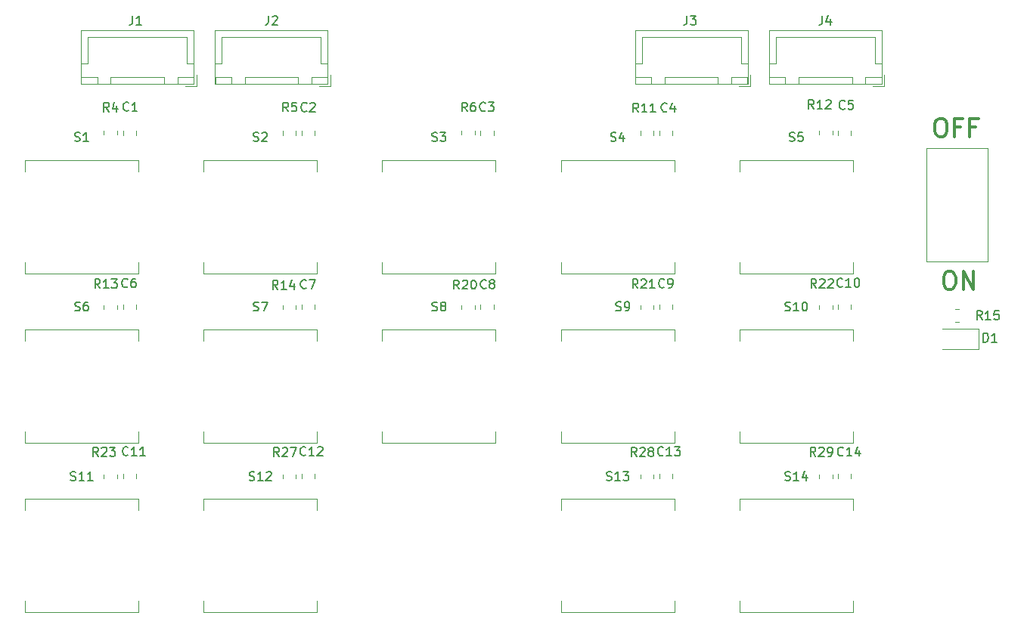
<source format=gbr>
%TF.GenerationSoftware,KiCad,Pcbnew,(5.1.8)-1*%
%TF.CreationDate,2021-11-07T18:09:00-05:00*%
%TF.ProjectId,Control_pad,436f6e74-726f-46c5-9f70-61642e6b6963,rev?*%
%TF.SameCoordinates,Original*%
%TF.FileFunction,Legend,Top*%
%TF.FilePolarity,Positive*%
%FSLAX46Y46*%
G04 Gerber Fmt 4.6, Leading zero omitted, Abs format (unit mm)*
G04 Created by KiCad (PCBNEW (5.1.8)-1) date 2021-11-07 18:09:00*
%MOMM*%
%LPD*%
G01*
G04 APERTURE LIST*
%ADD10C,0.300000*%
%ADD11C,0.120000*%
%ADD12C,0.150000*%
G04 APERTURE END LIST*
D10*
X206981904Y-89494761D02*
X207362857Y-89494761D01*
X207553333Y-89590000D01*
X207743809Y-89780476D01*
X207839047Y-90161428D01*
X207839047Y-90828095D01*
X207743809Y-91209047D01*
X207553333Y-91399523D01*
X207362857Y-91494761D01*
X206981904Y-91494761D01*
X206791428Y-91399523D01*
X206600952Y-91209047D01*
X206505714Y-90828095D01*
X206505714Y-90161428D01*
X206600952Y-89780476D01*
X206791428Y-89590000D01*
X206981904Y-89494761D01*
X208696190Y-91494761D02*
X208696190Y-89494761D01*
X209839047Y-91494761D01*
X209839047Y-89494761D01*
X206015238Y-72374761D02*
X206396190Y-72374761D01*
X206586666Y-72470000D01*
X206777142Y-72660476D01*
X206872380Y-73041428D01*
X206872380Y-73708095D01*
X206777142Y-74089047D01*
X206586666Y-74279523D01*
X206396190Y-74374761D01*
X206015238Y-74374761D01*
X205824761Y-74279523D01*
X205634285Y-74089047D01*
X205539047Y-73708095D01*
X205539047Y-73041428D01*
X205634285Y-72660476D01*
X205824761Y-72470000D01*
X206015238Y-72374761D01*
X208396190Y-73327142D02*
X207729523Y-73327142D01*
X207729523Y-74374761D02*
X207729523Y-72374761D01*
X208681904Y-72374761D01*
X210110476Y-73327142D02*
X209443809Y-73327142D01*
X209443809Y-74374761D02*
X209443809Y-72374761D01*
X210396190Y-72374761D01*
D11*
%TO.C,SW1*%
X204600000Y-75660000D02*
X211400000Y-75660000D01*
X204600000Y-88360000D02*
X204600000Y-75660000D01*
X211400000Y-88360000D02*
X204600000Y-88360000D01*
X211400000Y-75660000D02*
X211400000Y-88360000D01*
%TO.C,S14*%
X183650000Y-127700000D02*
X183650000Y-126430000D01*
X196350000Y-127700000D02*
X183650000Y-127700000D01*
X196350000Y-126430000D02*
X196350000Y-127700000D01*
X196350000Y-115000000D02*
X196350000Y-116270000D01*
X183650000Y-115000000D02*
X196350000Y-115000000D01*
X183650000Y-115000000D02*
X183650000Y-116270000D01*
%TO.C,S13*%
X163650000Y-127700000D02*
X163650000Y-126430000D01*
X176350000Y-127700000D02*
X163650000Y-127700000D01*
X176350000Y-126430000D02*
X176350000Y-127700000D01*
X176350000Y-115000000D02*
X176350000Y-116270000D01*
X163650000Y-115000000D02*
X176350000Y-115000000D01*
X163650000Y-115000000D02*
X163650000Y-116270000D01*
%TO.C,S12*%
X123650000Y-127700000D02*
X123650000Y-126430000D01*
X136350000Y-127700000D02*
X123650000Y-127700000D01*
X136350000Y-126430000D02*
X136350000Y-127700000D01*
X136350000Y-115000000D02*
X136350000Y-116270000D01*
X123650000Y-115000000D02*
X136350000Y-115000000D01*
X123650000Y-115000000D02*
X123650000Y-116270000D01*
%TO.C,S11*%
X103650000Y-127700000D02*
X103650000Y-126430000D01*
X116350000Y-127700000D02*
X103650000Y-127700000D01*
X116350000Y-126430000D02*
X116350000Y-127700000D01*
X116350000Y-115000000D02*
X116350000Y-116270000D01*
X103650000Y-115000000D02*
X116350000Y-115000000D01*
X103650000Y-115000000D02*
X103650000Y-116270000D01*
%TO.C,S10*%
X183650000Y-108700000D02*
X183650000Y-107430000D01*
X196350000Y-108700000D02*
X183650000Y-108700000D01*
X196350000Y-107430000D02*
X196350000Y-108700000D01*
X196350000Y-96000000D02*
X196350000Y-97270000D01*
X183650000Y-96000000D02*
X196350000Y-96000000D01*
X183650000Y-96000000D02*
X183650000Y-97270000D01*
%TO.C,S9*%
X163650000Y-108700000D02*
X163650000Y-107430000D01*
X176350000Y-108700000D02*
X163650000Y-108700000D01*
X176350000Y-107430000D02*
X176350000Y-108700000D01*
X176350000Y-96000000D02*
X176350000Y-97270000D01*
X163650000Y-96000000D02*
X176350000Y-96000000D01*
X163650000Y-96000000D02*
X163650000Y-97270000D01*
%TO.C,S8*%
X143650000Y-108700000D02*
X143650000Y-107430000D01*
X156350000Y-108700000D02*
X143650000Y-108700000D01*
X156350000Y-107430000D02*
X156350000Y-108700000D01*
X156350000Y-96000000D02*
X156350000Y-97270000D01*
X143650000Y-96000000D02*
X156350000Y-96000000D01*
X143650000Y-96000000D02*
X143650000Y-97270000D01*
%TO.C,S7*%
X123650000Y-108700000D02*
X123650000Y-107430000D01*
X136350000Y-108700000D02*
X123650000Y-108700000D01*
X136350000Y-107430000D02*
X136350000Y-108700000D01*
X136350000Y-96000000D02*
X136350000Y-97270000D01*
X123650000Y-96000000D02*
X136350000Y-96000000D01*
X123650000Y-96000000D02*
X123650000Y-97270000D01*
%TO.C,S6*%
X103650000Y-108700000D02*
X103650000Y-107430000D01*
X116350000Y-108700000D02*
X103650000Y-108700000D01*
X116350000Y-107430000D02*
X116350000Y-108700000D01*
X116350000Y-96000000D02*
X116350000Y-97270000D01*
X103650000Y-96000000D02*
X116350000Y-96000000D01*
X103650000Y-96000000D02*
X103650000Y-97270000D01*
%TO.C,S5*%
X183650000Y-89700000D02*
X183650000Y-88430000D01*
X196350000Y-89700000D02*
X183650000Y-89700000D01*
X196350000Y-88430000D02*
X196350000Y-89700000D01*
X196350000Y-77000000D02*
X196350000Y-78270000D01*
X183650000Y-77000000D02*
X196350000Y-77000000D01*
X183650000Y-77000000D02*
X183650000Y-78270000D01*
%TO.C,S4*%
X163650000Y-89700000D02*
X163650000Y-88430000D01*
X176350000Y-89700000D02*
X163650000Y-89700000D01*
X176350000Y-88430000D02*
X176350000Y-89700000D01*
X176350000Y-77000000D02*
X176350000Y-78270000D01*
X163650000Y-77000000D02*
X176350000Y-77000000D01*
X163650000Y-77000000D02*
X163650000Y-78270000D01*
%TO.C,S3*%
X143650000Y-89700000D02*
X143650000Y-88430000D01*
X156350000Y-89700000D02*
X143650000Y-89700000D01*
X156350000Y-88430000D02*
X156350000Y-89700000D01*
X156350000Y-77000000D02*
X156350000Y-78270000D01*
X143650000Y-77000000D02*
X156350000Y-77000000D01*
X143650000Y-77000000D02*
X143650000Y-78270000D01*
%TO.C,S2*%
X123650000Y-89700000D02*
X123650000Y-88430000D01*
X136350000Y-89700000D02*
X123650000Y-89700000D01*
X136350000Y-88430000D02*
X136350000Y-89700000D01*
X136350000Y-77000000D02*
X136350000Y-78270000D01*
X123650000Y-77000000D02*
X136350000Y-77000000D01*
X123650000Y-77000000D02*
X123650000Y-78270000D01*
%TO.C,S1*%
X103650000Y-89700000D02*
X103650000Y-88430000D01*
X116350000Y-89700000D02*
X103650000Y-89700000D01*
X116350000Y-88430000D02*
X116350000Y-89700000D01*
X116350000Y-77000000D02*
X116350000Y-78270000D01*
X103650000Y-77000000D02*
X116350000Y-77000000D01*
X103650000Y-77000000D02*
X103650000Y-78270000D01*
%TO.C,R29*%
X192595000Y-112222936D02*
X192595000Y-112677064D01*
X194065000Y-112222936D02*
X194065000Y-112677064D01*
%TO.C,R28*%
X172565000Y-112222936D02*
X172565000Y-112677064D01*
X174035000Y-112222936D02*
X174035000Y-112677064D01*
%TO.C,R27*%
X132505000Y-112222936D02*
X132505000Y-112677064D01*
X133975000Y-112222936D02*
X133975000Y-112677064D01*
%TO.C,R23*%
X112475000Y-112222936D02*
X112475000Y-112677064D01*
X113945000Y-112222936D02*
X113945000Y-112677064D01*
%TO.C,R22*%
X192595000Y-93252936D02*
X192595000Y-93707064D01*
X194065000Y-93252936D02*
X194065000Y-93707064D01*
%TO.C,R21*%
X172565000Y-93252936D02*
X172565000Y-93707064D01*
X174035000Y-93252936D02*
X174035000Y-93707064D01*
%TO.C,R20*%
X152535000Y-93252936D02*
X152535000Y-93707064D01*
X154005000Y-93252936D02*
X154005000Y-93707064D01*
%TO.C,R15*%
X208227064Y-93705000D02*
X207772936Y-93705000D01*
X208227064Y-95175000D02*
X207772936Y-95175000D01*
%TO.C,R14*%
X132505000Y-93252936D02*
X132505000Y-93707064D01*
X133975000Y-93252936D02*
X133975000Y-93707064D01*
%TO.C,R13*%
X112475000Y-93252936D02*
X112475000Y-93707064D01*
X113945000Y-93252936D02*
X113945000Y-93707064D01*
%TO.C,R12*%
X192595000Y-73692936D02*
X192595000Y-74147064D01*
X194065000Y-73692936D02*
X194065000Y-74147064D01*
%TO.C,R11*%
X172535000Y-73752936D02*
X172535000Y-74207064D01*
X174005000Y-73752936D02*
X174005000Y-74207064D01*
%TO.C,R6*%
X152525000Y-73722936D02*
X152525000Y-74177064D01*
X153995000Y-73722936D02*
X153995000Y-74177064D01*
%TO.C,R5*%
X132535000Y-73752936D02*
X132535000Y-74207064D01*
X134005000Y-73752936D02*
X134005000Y-74207064D01*
%TO.C,R4*%
X112485000Y-73732936D02*
X112485000Y-74187064D01*
X113955000Y-73732936D02*
X113955000Y-74187064D01*
%TO.C,J4*%
X199850000Y-68750000D02*
X199850000Y-67500000D01*
X198600000Y-68750000D02*
X199850000Y-68750000D01*
X187700000Y-63250000D02*
X193250000Y-63250000D01*
X187700000Y-66200000D02*
X187700000Y-63250000D01*
X186950000Y-66200000D02*
X187700000Y-66200000D01*
X198800000Y-63250000D02*
X193250000Y-63250000D01*
X198800000Y-66200000D02*
X198800000Y-63250000D01*
X199550000Y-66200000D02*
X198800000Y-66200000D01*
X186950000Y-68450000D02*
X188750000Y-68450000D01*
X186950000Y-67700000D02*
X186950000Y-68450000D01*
X188750000Y-67700000D02*
X186950000Y-67700000D01*
X188750000Y-68450000D02*
X188750000Y-67700000D01*
X197750000Y-68450000D02*
X199550000Y-68450000D01*
X197750000Y-67700000D02*
X197750000Y-68450000D01*
X199550000Y-67700000D02*
X197750000Y-67700000D01*
X199550000Y-68450000D02*
X199550000Y-67700000D01*
X190250000Y-68450000D02*
X196250000Y-68450000D01*
X190250000Y-67700000D02*
X190250000Y-68450000D01*
X196250000Y-67700000D02*
X190250000Y-67700000D01*
X196250000Y-68450000D02*
X196250000Y-67700000D01*
X186940000Y-68460000D02*
X199560000Y-68460000D01*
X186940000Y-62490000D02*
X186940000Y-68460000D01*
X199560000Y-62490000D02*
X186940000Y-62490000D01*
X199560000Y-68460000D02*
X199560000Y-62490000D01*
%TO.C,J3*%
X184850000Y-68750000D02*
X184850000Y-67500000D01*
X183600000Y-68750000D02*
X184850000Y-68750000D01*
X172700000Y-63250000D02*
X178250000Y-63250000D01*
X172700000Y-66200000D02*
X172700000Y-63250000D01*
X171950000Y-66200000D02*
X172700000Y-66200000D01*
X183800000Y-63250000D02*
X178250000Y-63250000D01*
X183800000Y-66200000D02*
X183800000Y-63250000D01*
X184550000Y-66200000D02*
X183800000Y-66200000D01*
X171950000Y-68450000D02*
X173750000Y-68450000D01*
X171950000Y-67700000D02*
X171950000Y-68450000D01*
X173750000Y-67700000D02*
X171950000Y-67700000D01*
X173750000Y-68450000D02*
X173750000Y-67700000D01*
X182750000Y-68450000D02*
X184550000Y-68450000D01*
X182750000Y-67700000D02*
X182750000Y-68450000D01*
X184550000Y-67700000D02*
X182750000Y-67700000D01*
X184550000Y-68450000D02*
X184550000Y-67700000D01*
X175250000Y-68450000D02*
X181250000Y-68450000D01*
X175250000Y-67700000D02*
X175250000Y-68450000D01*
X181250000Y-67700000D02*
X175250000Y-67700000D01*
X181250000Y-68450000D02*
X181250000Y-67700000D01*
X171940000Y-68460000D02*
X184560000Y-68460000D01*
X171940000Y-62490000D02*
X171940000Y-68460000D01*
X184560000Y-62490000D02*
X171940000Y-62490000D01*
X184560000Y-68460000D02*
X184560000Y-62490000D01*
%TO.C,J2*%
X137850000Y-68750000D02*
X137850000Y-67500000D01*
X136600000Y-68750000D02*
X137850000Y-68750000D01*
X125700000Y-63250000D02*
X131250000Y-63250000D01*
X125700000Y-66200000D02*
X125700000Y-63250000D01*
X124950000Y-66200000D02*
X125700000Y-66200000D01*
X136800000Y-63250000D02*
X131250000Y-63250000D01*
X136800000Y-66200000D02*
X136800000Y-63250000D01*
X137550000Y-66200000D02*
X136800000Y-66200000D01*
X124950000Y-68450000D02*
X126750000Y-68450000D01*
X124950000Y-67700000D02*
X124950000Y-68450000D01*
X126750000Y-67700000D02*
X124950000Y-67700000D01*
X126750000Y-68450000D02*
X126750000Y-67700000D01*
X135750000Y-68450000D02*
X137550000Y-68450000D01*
X135750000Y-67700000D02*
X135750000Y-68450000D01*
X137550000Y-67700000D02*
X135750000Y-67700000D01*
X137550000Y-68450000D02*
X137550000Y-67700000D01*
X128250000Y-68450000D02*
X134250000Y-68450000D01*
X128250000Y-67700000D02*
X128250000Y-68450000D01*
X134250000Y-67700000D02*
X128250000Y-67700000D01*
X134250000Y-68450000D02*
X134250000Y-67700000D01*
X124940000Y-68460000D02*
X137560000Y-68460000D01*
X124940000Y-62490000D02*
X124940000Y-68460000D01*
X137560000Y-62490000D02*
X124940000Y-62490000D01*
X137560000Y-68460000D02*
X137560000Y-62490000D01*
%TO.C,J1*%
X122850000Y-68750000D02*
X122850000Y-67500000D01*
X121600000Y-68750000D02*
X122850000Y-68750000D01*
X110700000Y-63250000D02*
X116250000Y-63250000D01*
X110700000Y-66200000D02*
X110700000Y-63250000D01*
X109950000Y-66200000D02*
X110700000Y-66200000D01*
X121800000Y-63250000D02*
X116250000Y-63250000D01*
X121800000Y-66200000D02*
X121800000Y-63250000D01*
X122550000Y-66200000D02*
X121800000Y-66200000D01*
X109950000Y-68450000D02*
X111750000Y-68450000D01*
X109950000Y-67700000D02*
X109950000Y-68450000D01*
X111750000Y-67700000D02*
X109950000Y-67700000D01*
X111750000Y-68450000D02*
X111750000Y-67700000D01*
X120750000Y-68450000D02*
X122550000Y-68450000D01*
X120750000Y-67700000D02*
X120750000Y-68450000D01*
X122550000Y-67700000D02*
X120750000Y-67700000D01*
X122550000Y-68450000D02*
X122550000Y-67700000D01*
X113250000Y-68450000D02*
X119250000Y-68450000D01*
X113250000Y-67700000D02*
X113250000Y-68450000D01*
X119250000Y-67700000D02*
X113250000Y-67700000D01*
X119250000Y-68450000D02*
X119250000Y-67700000D01*
X109940000Y-68460000D02*
X122560000Y-68460000D01*
X109940000Y-62490000D02*
X109940000Y-68460000D01*
X122560000Y-62490000D02*
X109940000Y-62490000D01*
X122560000Y-68460000D02*
X122560000Y-62490000D01*
%TO.C,D1*%
X210437500Y-95885000D02*
X206377500Y-95885000D01*
X210437500Y-98155000D02*
X210437500Y-95885000D01*
X206377500Y-98155000D02*
X210437500Y-98155000D01*
%TO.C,C14*%
X194665000Y-112158748D02*
X194665000Y-112681252D01*
X196135000Y-112158748D02*
X196135000Y-112681252D01*
%TO.C,C13*%
X174655000Y-112158748D02*
X174655000Y-112681252D01*
X176125000Y-112158748D02*
X176125000Y-112681252D01*
%TO.C,C12*%
X134635000Y-112158748D02*
X134635000Y-112681252D01*
X136105000Y-112158748D02*
X136105000Y-112681252D01*
%TO.C,C11*%
X114625000Y-112188748D02*
X114625000Y-112711252D01*
X116095000Y-112188748D02*
X116095000Y-112711252D01*
%TO.C,C10*%
X194665000Y-93218748D02*
X194665000Y-93741252D01*
X196135000Y-93218748D02*
X196135000Y-93741252D01*
%TO.C,C9*%
X174655000Y-93218748D02*
X174655000Y-93741252D01*
X176125000Y-93218748D02*
X176125000Y-93741252D01*
%TO.C,C8*%
X154645000Y-93218748D02*
X154645000Y-93741252D01*
X156115000Y-93218748D02*
X156115000Y-93741252D01*
%TO.C,C7*%
X134635000Y-93218748D02*
X134635000Y-93741252D01*
X136105000Y-93218748D02*
X136105000Y-93741252D01*
%TO.C,C6*%
X114625000Y-93218748D02*
X114625000Y-93741252D01*
X116095000Y-93218748D02*
X116095000Y-93741252D01*
%TO.C,C5*%
X194665000Y-73728748D02*
X194665000Y-74251252D01*
X196135000Y-73728748D02*
X196135000Y-74251252D01*
%TO.C,C4*%
X174657500Y-73728748D02*
X174657500Y-74251252D01*
X176127500Y-73728748D02*
X176127500Y-74251252D01*
%TO.C,C3*%
X154650000Y-73728748D02*
X154650000Y-74251252D01*
X156120000Y-73728748D02*
X156120000Y-74251252D01*
%TO.C,C2*%
X134642500Y-73728748D02*
X134642500Y-74251252D01*
X136112500Y-73728748D02*
X136112500Y-74251252D01*
%TO.C,C1*%
X114635000Y-73728748D02*
X114635000Y-74251252D01*
X116105000Y-73728748D02*
X116105000Y-74251252D01*
%TO.C,S14*%
D12*
X188761904Y-112864761D02*
X188904761Y-112912380D01*
X189142857Y-112912380D01*
X189238095Y-112864761D01*
X189285714Y-112817142D01*
X189333333Y-112721904D01*
X189333333Y-112626666D01*
X189285714Y-112531428D01*
X189238095Y-112483809D01*
X189142857Y-112436190D01*
X188952380Y-112388571D01*
X188857142Y-112340952D01*
X188809523Y-112293333D01*
X188761904Y-112198095D01*
X188761904Y-112102857D01*
X188809523Y-112007619D01*
X188857142Y-111960000D01*
X188952380Y-111912380D01*
X189190476Y-111912380D01*
X189333333Y-111960000D01*
X190285714Y-112912380D02*
X189714285Y-112912380D01*
X190000000Y-112912380D02*
X190000000Y-111912380D01*
X189904761Y-112055238D01*
X189809523Y-112150476D01*
X189714285Y-112198095D01*
X191142857Y-112245714D02*
X191142857Y-112912380D01*
X190904761Y-111864761D02*
X190666666Y-112579047D01*
X191285714Y-112579047D01*
%TO.C,S13*%
X168761904Y-112864761D02*
X168904761Y-112912380D01*
X169142857Y-112912380D01*
X169238095Y-112864761D01*
X169285714Y-112817142D01*
X169333333Y-112721904D01*
X169333333Y-112626666D01*
X169285714Y-112531428D01*
X169238095Y-112483809D01*
X169142857Y-112436190D01*
X168952380Y-112388571D01*
X168857142Y-112340952D01*
X168809523Y-112293333D01*
X168761904Y-112198095D01*
X168761904Y-112102857D01*
X168809523Y-112007619D01*
X168857142Y-111960000D01*
X168952380Y-111912380D01*
X169190476Y-111912380D01*
X169333333Y-111960000D01*
X170285714Y-112912380D02*
X169714285Y-112912380D01*
X170000000Y-112912380D02*
X170000000Y-111912380D01*
X169904761Y-112055238D01*
X169809523Y-112150476D01*
X169714285Y-112198095D01*
X170619047Y-111912380D02*
X171238095Y-111912380D01*
X170904761Y-112293333D01*
X171047619Y-112293333D01*
X171142857Y-112340952D01*
X171190476Y-112388571D01*
X171238095Y-112483809D01*
X171238095Y-112721904D01*
X171190476Y-112817142D01*
X171142857Y-112864761D01*
X171047619Y-112912380D01*
X170761904Y-112912380D01*
X170666666Y-112864761D01*
X170619047Y-112817142D01*
%TO.C,S12*%
X128761904Y-112864761D02*
X128904761Y-112912380D01*
X129142857Y-112912380D01*
X129238095Y-112864761D01*
X129285714Y-112817142D01*
X129333333Y-112721904D01*
X129333333Y-112626666D01*
X129285714Y-112531428D01*
X129238095Y-112483809D01*
X129142857Y-112436190D01*
X128952380Y-112388571D01*
X128857142Y-112340952D01*
X128809523Y-112293333D01*
X128761904Y-112198095D01*
X128761904Y-112102857D01*
X128809523Y-112007619D01*
X128857142Y-111960000D01*
X128952380Y-111912380D01*
X129190476Y-111912380D01*
X129333333Y-111960000D01*
X130285714Y-112912380D02*
X129714285Y-112912380D01*
X130000000Y-112912380D02*
X130000000Y-111912380D01*
X129904761Y-112055238D01*
X129809523Y-112150476D01*
X129714285Y-112198095D01*
X130666666Y-112007619D02*
X130714285Y-111960000D01*
X130809523Y-111912380D01*
X131047619Y-111912380D01*
X131142857Y-111960000D01*
X131190476Y-112007619D01*
X131238095Y-112102857D01*
X131238095Y-112198095D01*
X131190476Y-112340952D01*
X130619047Y-112912380D01*
X131238095Y-112912380D01*
%TO.C,S11*%
X108761904Y-112864761D02*
X108904761Y-112912380D01*
X109142857Y-112912380D01*
X109238095Y-112864761D01*
X109285714Y-112817142D01*
X109333333Y-112721904D01*
X109333333Y-112626666D01*
X109285714Y-112531428D01*
X109238095Y-112483809D01*
X109142857Y-112436190D01*
X108952380Y-112388571D01*
X108857142Y-112340952D01*
X108809523Y-112293333D01*
X108761904Y-112198095D01*
X108761904Y-112102857D01*
X108809523Y-112007619D01*
X108857142Y-111960000D01*
X108952380Y-111912380D01*
X109190476Y-111912380D01*
X109333333Y-111960000D01*
X110285714Y-112912380D02*
X109714285Y-112912380D01*
X110000000Y-112912380D02*
X110000000Y-111912380D01*
X109904761Y-112055238D01*
X109809523Y-112150476D01*
X109714285Y-112198095D01*
X111238095Y-112912380D02*
X110666666Y-112912380D01*
X110952380Y-112912380D02*
X110952380Y-111912380D01*
X110857142Y-112055238D01*
X110761904Y-112150476D01*
X110666666Y-112198095D01*
%TO.C,S10*%
X188761904Y-93864761D02*
X188904761Y-93912380D01*
X189142857Y-93912380D01*
X189238095Y-93864761D01*
X189285714Y-93817142D01*
X189333333Y-93721904D01*
X189333333Y-93626666D01*
X189285714Y-93531428D01*
X189238095Y-93483809D01*
X189142857Y-93436190D01*
X188952380Y-93388571D01*
X188857142Y-93340952D01*
X188809523Y-93293333D01*
X188761904Y-93198095D01*
X188761904Y-93102857D01*
X188809523Y-93007619D01*
X188857142Y-92960000D01*
X188952380Y-92912380D01*
X189190476Y-92912380D01*
X189333333Y-92960000D01*
X190285714Y-93912380D02*
X189714285Y-93912380D01*
X190000000Y-93912380D02*
X190000000Y-92912380D01*
X189904761Y-93055238D01*
X189809523Y-93150476D01*
X189714285Y-93198095D01*
X190904761Y-92912380D02*
X191000000Y-92912380D01*
X191095238Y-92960000D01*
X191142857Y-93007619D01*
X191190476Y-93102857D01*
X191238095Y-93293333D01*
X191238095Y-93531428D01*
X191190476Y-93721904D01*
X191142857Y-93817142D01*
X191095238Y-93864761D01*
X191000000Y-93912380D01*
X190904761Y-93912380D01*
X190809523Y-93864761D01*
X190761904Y-93817142D01*
X190714285Y-93721904D01*
X190666666Y-93531428D01*
X190666666Y-93293333D01*
X190714285Y-93102857D01*
X190761904Y-93007619D01*
X190809523Y-92960000D01*
X190904761Y-92912380D01*
%TO.C,S9*%
X169818095Y-93854761D02*
X169960952Y-93902380D01*
X170199047Y-93902380D01*
X170294285Y-93854761D01*
X170341904Y-93807142D01*
X170389523Y-93711904D01*
X170389523Y-93616666D01*
X170341904Y-93521428D01*
X170294285Y-93473809D01*
X170199047Y-93426190D01*
X170008571Y-93378571D01*
X169913333Y-93330952D01*
X169865714Y-93283333D01*
X169818095Y-93188095D01*
X169818095Y-93092857D01*
X169865714Y-92997619D01*
X169913333Y-92950000D01*
X170008571Y-92902380D01*
X170246666Y-92902380D01*
X170389523Y-92950000D01*
X170865714Y-93902380D02*
X171056190Y-93902380D01*
X171151428Y-93854761D01*
X171199047Y-93807142D01*
X171294285Y-93664285D01*
X171341904Y-93473809D01*
X171341904Y-93092857D01*
X171294285Y-92997619D01*
X171246666Y-92950000D01*
X171151428Y-92902380D01*
X170960952Y-92902380D01*
X170865714Y-92950000D01*
X170818095Y-92997619D01*
X170770476Y-93092857D01*
X170770476Y-93330952D01*
X170818095Y-93426190D01*
X170865714Y-93473809D01*
X170960952Y-93521428D01*
X171151428Y-93521428D01*
X171246666Y-93473809D01*
X171294285Y-93426190D01*
X171341904Y-93330952D01*
%TO.C,S8*%
X149238095Y-93864761D02*
X149380952Y-93912380D01*
X149619047Y-93912380D01*
X149714285Y-93864761D01*
X149761904Y-93817142D01*
X149809523Y-93721904D01*
X149809523Y-93626666D01*
X149761904Y-93531428D01*
X149714285Y-93483809D01*
X149619047Y-93436190D01*
X149428571Y-93388571D01*
X149333333Y-93340952D01*
X149285714Y-93293333D01*
X149238095Y-93198095D01*
X149238095Y-93102857D01*
X149285714Y-93007619D01*
X149333333Y-92960000D01*
X149428571Y-92912380D01*
X149666666Y-92912380D01*
X149809523Y-92960000D01*
X150380952Y-93340952D02*
X150285714Y-93293333D01*
X150238095Y-93245714D01*
X150190476Y-93150476D01*
X150190476Y-93102857D01*
X150238095Y-93007619D01*
X150285714Y-92960000D01*
X150380952Y-92912380D01*
X150571428Y-92912380D01*
X150666666Y-92960000D01*
X150714285Y-93007619D01*
X150761904Y-93102857D01*
X150761904Y-93150476D01*
X150714285Y-93245714D01*
X150666666Y-93293333D01*
X150571428Y-93340952D01*
X150380952Y-93340952D01*
X150285714Y-93388571D01*
X150238095Y-93436190D01*
X150190476Y-93531428D01*
X150190476Y-93721904D01*
X150238095Y-93817142D01*
X150285714Y-93864761D01*
X150380952Y-93912380D01*
X150571428Y-93912380D01*
X150666666Y-93864761D01*
X150714285Y-93817142D01*
X150761904Y-93721904D01*
X150761904Y-93531428D01*
X150714285Y-93436190D01*
X150666666Y-93388571D01*
X150571428Y-93340952D01*
%TO.C,S7*%
X129238095Y-93864761D02*
X129380952Y-93912380D01*
X129619047Y-93912380D01*
X129714285Y-93864761D01*
X129761904Y-93817142D01*
X129809523Y-93721904D01*
X129809523Y-93626666D01*
X129761904Y-93531428D01*
X129714285Y-93483809D01*
X129619047Y-93436190D01*
X129428571Y-93388571D01*
X129333333Y-93340952D01*
X129285714Y-93293333D01*
X129238095Y-93198095D01*
X129238095Y-93102857D01*
X129285714Y-93007619D01*
X129333333Y-92960000D01*
X129428571Y-92912380D01*
X129666666Y-92912380D01*
X129809523Y-92960000D01*
X130142857Y-92912380D02*
X130809523Y-92912380D01*
X130380952Y-93912380D01*
%TO.C,S6*%
X109238095Y-93864761D02*
X109380952Y-93912380D01*
X109619047Y-93912380D01*
X109714285Y-93864761D01*
X109761904Y-93817142D01*
X109809523Y-93721904D01*
X109809523Y-93626666D01*
X109761904Y-93531428D01*
X109714285Y-93483809D01*
X109619047Y-93436190D01*
X109428571Y-93388571D01*
X109333333Y-93340952D01*
X109285714Y-93293333D01*
X109238095Y-93198095D01*
X109238095Y-93102857D01*
X109285714Y-93007619D01*
X109333333Y-92960000D01*
X109428571Y-92912380D01*
X109666666Y-92912380D01*
X109809523Y-92960000D01*
X110666666Y-92912380D02*
X110476190Y-92912380D01*
X110380952Y-92960000D01*
X110333333Y-93007619D01*
X110238095Y-93150476D01*
X110190476Y-93340952D01*
X110190476Y-93721904D01*
X110238095Y-93817142D01*
X110285714Y-93864761D01*
X110380952Y-93912380D01*
X110571428Y-93912380D01*
X110666666Y-93864761D01*
X110714285Y-93817142D01*
X110761904Y-93721904D01*
X110761904Y-93483809D01*
X110714285Y-93388571D01*
X110666666Y-93340952D01*
X110571428Y-93293333D01*
X110380952Y-93293333D01*
X110285714Y-93340952D01*
X110238095Y-93388571D01*
X110190476Y-93483809D01*
%TO.C,S5*%
X189238095Y-74864761D02*
X189380952Y-74912380D01*
X189619047Y-74912380D01*
X189714285Y-74864761D01*
X189761904Y-74817142D01*
X189809523Y-74721904D01*
X189809523Y-74626666D01*
X189761904Y-74531428D01*
X189714285Y-74483809D01*
X189619047Y-74436190D01*
X189428571Y-74388571D01*
X189333333Y-74340952D01*
X189285714Y-74293333D01*
X189238095Y-74198095D01*
X189238095Y-74102857D01*
X189285714Y-74007619D01*
X189333333Y-73960000D01*
X189428571Y-73912380D01*
X189666666Y-73912380D01*
X189809523Y-73960000D01*
X190714285Y-73912380D02*
X190238095Y-73912380D01*
X190190476Y-74388571D01*
X190238095Y-74340952D01*
X190333333Y-74293333D01*
X190571428Y-74293333D01*
X190666666Y-74340952D01*
X190714285Y-74388571D01*
X190761904Y-74483809D01*
X190761904Y-74721904D01*
X190714285Y-74817142D01*
X190666666Y-74864761D01*
X190571428Y-74912380D01*
X190333333Y-74912380D01*
X190238095Y-74864761D01*
X190190476Y-74817142D01*
%TO.C,S4*%
X169238095Y-74864761D02*
X169380952Y-74912380D01*
X169619047Y-74912380D01*
X169714285Y-74864761D01*
X169761904Y-74817142D01*
X169809523Y-74721904D01*
X169809523Y-74626666D01*
X169761904Y-74531428D01*
X169714285Y-74483809D01*
X169619047Y-74436190D01*
X169428571Y-74388571D01*
X169333333Y-74340952D01*
X169285714Y-74293333D01*
X169238095Y-74198095D01*
X169238095Y-74102857D01*
X169285714Y-74007619D01*
X169333333Y-73960000D01*
X169428571Y-73912380D01*
X169666666Y-73912380D01*
X169809523Y-73960000D01*
X170666666Y-74245714D02*
X170666666Y-74912380D01*
X170428571Y-73864761D02*
X170190476Y-74579047D01*
X170809523Y-74579047D01*
%TO.C,S3*%
X149238095Y-74864761D02*
X149380952Y-74912380D01*
X149619047Y-74912380D01*
X149714285Y-74864761D01*
X149761904Y-74817142D01*
X149809523Y-74721904D01*
X149809523Y-74626666D01*
X149761904Y-74531428D01*
X149714285Y-74483809D01*
X149619047Y-74436190D01*
X149428571Y-74388571D01*
X149333333Y-74340952D01*
X149285714Y-74293333D01*
X149238095Y-74198095D01*
X149238095Y-74102857D01*
X149285714Y-74007619D01*
X149333333Y-73960000D01*
X149428571Y-73912380D01*
X149666666Y-73912380D01*
X149809523Y-73960000D01*
X150142857Y-73912380D02*
X150761904Y-73912380D01*
X150428571Y-74293333D01*
X150571428Y-74293333D01*
X150666666Y-74340952D01*
X150714285Y-74388571D01*
X150761904Y-74483809D01*
X150761904Y-74721904D01*
X150714285Y-74817142D01*
X150666666Y-74864761D01*
X150571428Y-74912380D01*
X150285714Y-74912380D01*
X150190476Y-74864761D01*
X150142857Y-74817142D01*
%TO.C,S2*%
X129238095Y-74864761D02*
X129380952Y-74912380D01*
X129619047Y-74912380D01*
X129714285Y-74864761D01*
X129761904Y-74817142D01*
X129809523Y-74721904D01*
X129809523Y-74626666D01*
X129761904Y-74531428D01*
X129714285Y-74483809D01*
X129619047Y-74436190D01*
X129428571Y-74388571D01*
X129333333Y-74340952D01*
X129285714Y-74293333D01*
X129238095Y-74198095D01*
X129238095Y-74102857D01*
X129285714Y-74007619D01*
X129333333Y-73960000D01*
X129428571Y-73912380D01*
X129666666Y-73912380D01*
X129809523Y-73960000D01*
X130190476Y-74007619D02*
X130238095Y-73960000D01*
X130333333Y-73912380D01*
X130571428Y-73912380D01*
X130666666Y-73960000D01*
X130714285Y-74007619D01*
X130761904Y-74102857D01*
X130761904Y-74198095D01*
X130714285Y-74340952D01*
X130142857Y-74912380D01*
X130761904Y-74912380D01*
%TO.C,S1*%
X109238095Y-74864761D02*
X109380952Y-74912380D01*
X109619047Y-74912380D01*
X109714285Y-74864761D01*
X109761904Y-74817142D01*
X109809523Y-74721904D01*
X109809523Y-74626666D01*
X109761904Y-74531428D01*
X109714285Y-74483809D01*
X109619047Y-74436190D01*
X109428571Y-74388571D01*
X109333333Y-74340952D01*
X109285714Y-74293333D01*
X109238095Y-74198095D01*
X109238095Y-74102857D01*
X109285714Y-74007619D01*
X109333333Y-73960000D01*
X109428571Y-73912380D01*
X109666666Y-73912380D01*
X109809523Y-73960000D01*
X110761904Y-74912380D02*
X110190476Y-74912380D01*
X110476190Y-74912380D02*
X110476190Y-73912380D01*
X110380952Y-74055238D01*
X110285714Y-74150476D01*
X110190476Y-74198095D01*
%TO.C,R29*%
X192167142Y-110182380D02*
X191833809Y-109706190D01*
X191595714Y-110182380D02*
X191595714Y-109182380D01*
X191976666Y-109182380D01*
X192071904Y-109230000D01*
X192119523Y-109277619D01*
X192167142Y-109372857D01*
X192167142Y-109515714D01*
X192119523Y-109610952D01*
X192071904Y-109658571D01*
X191976666Y-109706190D01*
X191595714Y-109706190D01*
X192548095Y-109277619D02*
X192595714Y-109230000D01*
X192690952Y-109182380D01*
X192929047Y-109182380D01*
X193024285Y-109230000D01*
X193071904Y-109277619D01*
X193119523Y-109372857D01*
X193119523Y-109468095D01*
X193071904Y-109610952D01*
X192500476Y-110182380D01*
X193119523Y-110182380D01*
X193595714Y-110182380D02*
X193786190Y-110182380D01*
X193881428Y-110134761D01*
X193929047Y-110087142D01*
X194024285Y-109944285D01*
X194071904Y-109753809D01*
X194071904Y-109372857D01*
X194024285Y-109277619D01*
X193976666Y-109230000D01*
X193881428Y-109182380D01*
X193690952Y-109182380D01*
X193595714Y-109230000D01*
X193548095Y-109277619D01*
X193500476Y-109372857D01*
X193500476Y-109610952D01*
X193548095Y-109706190D01*
X193595714Y-109753809D01*
X193690952Y-109801428D01*
X193881428Y-109801428D01*
X193976666Y-109753809D01*
X194024285Y-109706190D01*
X194071904Y-109610952D01*
%TO.C,R28*%
X172117142Y-110212380D02*
X171783809Y-109736190D01*
X171545714Y-110212380D02*
X171545714Y-109212380D01*
X171926666Y-109212380D01*
X172021904Y-109260000D01*
X172069523Y-109307619D01*
X172117142Y-109402857D01*
X172117142Y-109545714D01*
X172069523Y-109640952D01*
X172021904Y-109688571D01*
X171926666Y-109736190D01*
X171545714Y-109736190D01*
X172498095Y-109307619D02*
X172545714Y-109260000D01*
X172640952Y-109212380D01*
X172879047Y-109212380D01*
X172974285Y-109260000D01*
X173021904Y-109307619D01*
X173069523Y-109402857D01*
X173069523Y-109498095D01*
X173021904Y-109640952D01*
X172450476Y-110212380D01*
X173069523Y-110212380D01*
X173640952Y-109640952D02*
X173545714Y-109593333D01*
X173498095Y-109545714D01*
X173450476Y-109450476D01*
X173450476Y-109402857D01*
X173498095Y-109307619D01*
X173545714Y-109260000D01*
X173640952Y-109212380D01*
X173831428Y-109212380D01*
X173926666Y-109260000D01*
X173974285Y-109307619D01*
X174021904Y-109402857D01*
X174021904Y-109450476D01*
X173974285Y-109545714D01*
X173926666Y-109593333D01*
X173831428Y-109640952D01*
X173640952Y-109640952D01*
X173545714Y-109688571D01*
X173498095Y-109736190D01*
X173450476Y-109831428D01*
X173450476Y-110021904D01*
X173498095Y-110117142D01*
X173545714Y-110164761D01*
X173640952Y-110212380D01*
X173831428Y-110212380D01*
X173926666Y-110164761D01*
X173974285Y-110117142D01*
X174021904Y-110021904D01*
X174021904Y-109831428D01*
X173974285Y-109736190D01*
X173926666Y-109688571D01*
X173831428Y-109640952D01*
%TO.C,R27*%
X132107142Y-110222380D02*
X131773809Y-109746190D01*
X131535714Y-110222380D02*
X131535714Y-109222380D01*
X131916666Y-109222380D01*
X132011904Y-109270000D01*
X132059523Y-109317619D01*
X132107142Y-109412857D01*
X132107142Y-109555714D01*
X132059523Y-109650952D01*
X132011904Y-109698571D01*
X131916666Y-109746190D01*
X131535714Y-109746190D01*
X132488095Y-109317619D02*
X132535714Y-109270000D01*
X132630952Y-109222380D01*
X132869047Y-109222380D01*
X132964285Y-109270000D01*
X133011904Y-109317619D01*
X133059523Y-109412857D01*
X133059523Y-109508095D01*
X133011904Y-109650952D01*
X132440476Y-110222380D01*
X133059523Y-110222380D01*
X133392857Y-109222380D02*
X134059523Y-109222380D01*
X133630952Y-110222380D01*
%TO.C,R23*%
X111857142Y-110192380D02*
X111523809Y-109716190D01*
X111285714Y-110192380D02*
X111285714Y-109192380D01*
X111666666Y-109192380D01*
X111761904Y-109240000D01*
X111809523Y-109287619D01*
X111857142Y-109382857D01*
X111857142Y-109525714D01*
X111809523Y-109620952D01*
X111761904Y-109668571D01*
X111666666Y-109716190D01*
X111285714Y-109716190D01*
X112238095Y-109287619D02*
X112285714Y-109240000D01*
X112380952Y-109192380D01*
X112619047Y-109192380D01*
X112714285Y-109240000D01*
X112761904Y-109287619D01*
X112809523Y-109382857D01*
X112809523Y-109478095D01*
X112761904Y-109620952D01*
X112190476Y-110192380D01*
X112809523Y-110192380D01*
X113142857Y-109192380D02*
X113761904Y-109192380D01*
X113428571Y-109573333D01*
X113571428Y-109573333D01*
X113666666Y-109620952D01*
X113714285Y-109668571D01*
X113761904Y-109763809D01*
X113761904Y-110001904D01*
X113714285Y-110097142D01*
X113666666Y-110144761D01*
X113571428Y-110192380D01*
X113285714Y-110192380D01*
X113190476Y-110144761D01*
X113142857Y-110097142D01*
%TO.C,R22*%
X192237142Y-91332380D02*
X191903809Y-90856190D01*
X191665714Y-91332380D02*
X191665714Y-90332380D01*
X192046666Y-90332380D01*
X192141904Y-90380000D01*
X192189523Y-90427619D01*
X192237142Y-90522857D01*
X192237142Y-90665714D01*
X192189523Y-90760952D01*
X192141904Y-90808571D01*
X192046666Y-90856190D01*
X191665714Y-90856190D01*
X192618095Y-90427619D02*
X192665714Y-90380000D01*
X192760952Y-90332380D01*
X192999047Y-90332380D01*
X193094285Y-90380000D01*
X193141904Y-90427619D01*
X193189523Y-90522857D01*
X193189523Y-90618095D01*
X193141904Y-90760952D01*
X192570476Y-91332380D01*
X193189523Y-91332380D01*
X193570476Y-90427619D02*
X193618095Y-90380000D01*
X193713333Y-90332380D01*
X193951428Y-90332380D01*
X194046666Y-90380000D01*
X194094285Y-90427619D01*
X194141904Y-90522857D01*
X194141904Y-90618095D01*
X194094285Y-90760952D01*
X193522857Y-91332380D01*
X194141904Y-91332380D01*
%TO.C,R21*%
X172257142Y-91362380D02*
X171923809Y-90886190D01*
X171685714Y-91362380D02*
X171685714Y-90362380D01*
X172066666Y-90362380D01*
X172161904Y-90410000D01*
X172209523Y-90457619D01*
X172257142Y-90552857D01*
X172257142Y-90695714D01*
X172209523Y-90790952D01*
X172161904Y-90838571D01*
X172066666Y-90886190D01*
X171685714Y-90886190D01*
X172638095Y-90457619D02*
X172685714Y-90410000D01*
X172780952Y-90362380D01*
X173019047Y-90362380D01*
X173114285Y-90410000D01*
X173161904Y-90457619D01*
X173209523Y-90552857D01*
X173209523Y-90648095D01*
X173161904Y-90790952D01*
X172590476Y-91362380D01*
X173209523Y-91362380D01*
X174161904Y-91362380D02*
X173590476Y-91362380D01*
X173876190Y-91362380D02*
X173876190Y-90362380D01*
X173780952Y-90505238D01*
X173685714Y-90600476D01*
X173590476Y-90648095D01*
%TO.C,R20*%
X152257142Y-91462380D02*
X151923809Y-90986190D01*
X151685714Y-91462380D02*
X151685714Y-90462380D01*
X152066666Y-90462380D01*
X152161904Y-90510000D01*
X152209523Y-90557619D01*
X152257142Y-90652857D01*
X152257142Y-90795714D01*
X152209523Y-90890952D01*
X152161904Y-90938571D01*
X152066666Y-90986190D01*
X151685714Y-90986190D01*
X152638095Y-90557619D02*
X152685714Y-90510000D01*
X152780952Y-90462380D01*
X153019047Y-90462380D01*
X153114285Y-90510000D01*
X153161904Y-90557619D01*
X153209523Y-90652857D01*
X153209523Y-90748095D01*
X153161904Y-90890952D01*
X152590476Y-91462380D01*
X153209523Y-91462380D01*
X153828571Y-90462380D02*
X153923809Y-90462380D01*
X154019047Y-90510000D01*
X154066666Y-90557619D01*
X154114285Y-90652857D01*
X154161904Y-90843333D01*
X154161904Y-91081428D01*
X154114285Y-91271904D01*
X154066666Y-91367142D01*
X154019047Y-91414761D01*
X153923809Y-91462380D01*
X153828571Y-91462380D01*
X153733333Y-91414761D01*
X153685714Y-91367142D01*
X153638095Y-91271904D01*
X153590476Y-91081428D01*
X153590476Y-90843333D01*
X153638095Y-90652857D01*
X153685714Y-90557619D01*
X153733333Y-90510000D01*
X153828571Y-90462380D01*
%TO.C,R15*%
X210807142Y-94892380D02*
X210473809Y-94416190D01*
X210235714Y-94892380D02*
X210235714Y-93892380D01*
X210616666Y-93892380D01*
X210711904Y-93940000D01*
X210759523Y-93987619D01*
X210807142Y-94082857D01*
X210807142Y-94225714D01*
X210759523Y-94320952D01*
X210711904Y-94368571D01*
X210616666Y-94416190D01*
X210235714Y-94416190D01*
X211759523Y-94892380D02*
X211188095Y-94892380D01*
X211473809Y-94892380D02*
X211473809Y-93892380D01*
X211378571Y-94035238D01*
X211283333Y-94130476D01*
X211188095Y-94178095D01*
X212664285Y-93892380D02*
X212188095Y-93892380D01*
X212140476Y-94368571D01*
X212188095Y-94320952D01*
X212283333Y-94273333D01*
X212521428Y-94273333D01*
X212616666Y-94320952D01*
X212664285Y-94368571D01*
X212711904Y-94463809D01*
X212711904Y-94701904D01*
X212664285Y-94797142D01*
X212616666Y-94844761D01*
X212521428Y-94892380D01*
X212283333Y-94892380D01*
X212188095Y-94844761D01*
X212140476Y-94797142D01*
%TO.C,R14*%
X131967142Y-91482380D02*
X131633809Y-91006190D01*
X131395714Y-91482380D02*
X131395714Y-90482380D01*
X131776666Y-90482380D01*
X131871904Y-90530000D01*
X131919523Y-90577619D01*
X131967142Y-90672857D01*
X131967142Y-90815714D01*
X131919523Y-90910952D01*
X131871904Y-90958571D01*
X131776666Y-91006190D01*
X131395714Y-91006190D01*
X132919523Y-91482380D02*
X132348095Y-91482380D01*
X132633809Y-91482380D02*
X132633809Y-90482380D01*
X132538571Y-90625238D01*
X132443333Y-90720476D01*
X132348095Y-90768095D01*
X133776666Y-90815714D02*
X133776666Y-91482380D01*
X133538571Y-90434761D02*
X133300476Y-91149047D01*
X133919523Y-91149047D01*
%TO.C,R13*%
X112057142Y-91352380D02*
X111723809Y-90876190D01*
X111485714Y-91352380D02*
X111485714Y-90352380D01*
X111866666Y-90352380D01*
X111961904Y-90400000D01*
X112009523Y-90447619D01*
X112057142Y-90542857D01*
X112057142Y-90685714D01*
X112009523Y-90780952D01*
X111961904Y-90828571D01*
X111866666Y-90876190D01*
X111485714Y-90876190D01*
X113009523Y-91352380D02*
X112438095Y-91352380D01*
X112723809Y-91352380D02*
X112723809Y-90352380D01*
X112628571Y-90495238D01*
X112533333Y-90590476D01*
X112438095Y-90638095D01*
X113342857Y-90352380D02*
X113961904Y-90352380D01*
X113628571Y-90733333D01*
X113771428Y-90733333D01*
X113866666Y-90780952D01*
X113914285Y-90828571D01*
X113961904Y-90923809D01*
X113961904Y-91161904D01*
X113914285Y-91257142D01*
X113866666Y-91304761D01*
X113771428Y-91352380D01*
X113485714Y-91352380D01*
X113390476Y-91304761D01*
X113342857Y-91257142D01*
%TO.C,R12*%
X191977142Y-71272380D02*
X191643809Y-70796190D01*
X191405714Y-71272380D02*
X191405714Y-70272380D01*
X191786666Y-70272380D01*
X191881904Y-70320000D01*
X191929523Y-70367619D01*
X191977142Y-70462857D01*
X191977142Y-70605714D01*
X191929523Y-70700952D01*
X191881904Y-70748571D01*
X191786666Y-70796190D01*
X191405714Y-70796190D01*
X192929523Y-71272380D02*
X192358095Y-71272380D01*
X192643809Y-71272380D02*
X192643809Y-70272380D01*
X192548571Y-70415238D01*
X192453333Y-70510476D01*
X192358095Y-70558095D01*
X193310476Y-70367619D02*
X193358095Y-70320000D01*
X193453333Y-70272380D01*
X193691428Y-70272380D01*
X193786666Y-70320000D01*
X193834285Y-70367619D01*
X193881904Y-70462857D01*
X193881904Y-70558095D01*
X193834285Y-70700952D01*
X193262857Y-71272380D01*
X193881904Y-71272380D01*
%TO.C,R11*%
X172337142Y-71642380D02*
X172003809Y-71166190D01*
X171765714Y-71642380D02*
X171765714Y-70642380D01*
X172146666Y-70642380D01*
X172241904Y-70690000D01*
X172289523Y-70737619D01*
X172337142Y-70832857D01*
X172337142Y-70975714D01*
X172289523Y-71070952D01*
X172241904Y-71118571D01*
X172146666Y-71166190D01*
X171765714Y-71166190D01*
X173289523Y-71642380D02*
X172718095Y-71642380D01*
X173003809Y-71642380D02*
X173003809Y-70642380D01*
X172908571Y-70785238D01*
X172813333Y-70880476D01*
X172718095Y-70928095D01*
X174241904Y-71642380D02*
X173670476Y-71642380D01*
X173956190Y-71642380D02*
X173956190Y-70642380D01*
X173860952Y-70785238D01*
X173765714Y-70880476D01*
X173670476Y-70928095D01*
%TO.C,R6*%
X153143333Y-71562380D02*
X152810000Y-71086190D01*
X152571904Y-71562380D02*
X152571904Y-70562380D01*
X152952857Y-70562380D01*
X153048095Y-70610000D01*
X153095714Y-70657619D01*
X153143333Y-70752857D01*
X153143333Y-70895714D01*
X153095714Y-70990952D01*
X153048095Y-71038571D01*
X152952857Y-71086190D01*
X152571904Y-71086190D01*
X154000476Y-70562380D02*
X153810000Y-70562380D01*
X153714761Y-70610000D01*
X153667142Y-70657619D01*
X153571904Y-70800476D01*
X153524285Y-70990952D01*
X153524285Y-71371904D01*
X153571904Y-71467142D01*
X153619523Y-71514761D01*
X153714761Y-71562380D01*
X153905238Y-71562380D01*
X154000476Y-71514761D01*
X154048095Y-71467142D01*
X154095714Y-71371904D01*
X154095714Y-71133809D01*
X154048095Y-71038571D01*
X154000476Y-70990952D01*
X153905238Y-70943333D01*
X153714761Y-70943333D01*
X153619523Y-70990952D01*
X153571904Y-71038571D01*
X153524285Y-71133809D01*
%TO.C,R5*%
X133133333Y-71552380D02*
X132800000Y-71076190D01*
X132561904Y-71552380D02*
X132561904Y-70552380D01*
X132942857Y-70552380D01*
X133038095Y-70600000D01*
X133085714Y-70647619D01*
X133133333Y-70742857D01*
X133133333Y-70885714D01*
X133085714Y-70980952D01*
X133038095Y-71028571D01*
X132942857Y-71076190D01*
X132561904Y-71076190D01*
X134038095Y-70552380D02*
X133561904Y-70552380D01*
X133514285Y-71028571D01*
X133561904Y-70980952D01*
X133657142Y-70933333D01*
X133895238Y-70933333D01*
X133990476Y-70980952D01*
X134038095Y-71028571D01*
X134085714Y-71123809D01*
X134085714Y-71361904D01*
X134038095Y-71457142D01*
X133990476Y-71504761D01*
X133895238Y-71552380D01*
X133657142Y-71552380D01*
X133561904Y-71504761D01*
X133514285Y-71457142D01*
%TO.C,R4*%
X113063333Y-71582380D02*
X112730000Y-71106190D01*
X112491904Y-71582380D02*
X112491904Y-70582380D01*
X112872857Y-70582380D01*
X112968095Y-70630000D01*
X113015714Y-70677619D01*
X113063333Y-70772857D01*
X113063333Y-70915714D01*
X113015714Y-71010952D01*
X112968095Y-71058571D01*
X112872857Y-71106190D01*
X112491904Y-71106190D01*
X113920476Y-70915714D02*
X113920476Y-71582380D01*
X113682380Y-70534761D02*
X113444285Y-71249047D01*
X114063333Y-71249047D01*
%TO.C,J4*%
X192916666Y-60852380D02*
X192916666Y-61566666D01*
X192869047Y-61709523D01*
X192773809Y-61804761D01*
X192630952Y-61852380D01*
X192535714Y-61852380D01*
X193821428Y-61185714D02*
X193821428Y-61852380D01*
X193583333Y-60804761D02*
X193345238Y-61519047D01*
X193964285Y-61519047D01*
%TO.C,J3*%
X177766666Y-60852380D02*
X177766666Y-61566666D01*
X177719047Y-61709523D01*
X177623809Y-61804761D01*
X177480952Y-61852380D01*
X177385714Y-61852380D01*
X178147619Y-60852380D02*
X178766666Y-60852380D01*
X178433333Y-61233333D01*
X178576190Y-61233333D01*
X178671428Y-61280952D01*
X178719047Y-61328571D01*
X178766666Y-61423809D01*
X178766666Y-61661904D01*
X178719047Y-61757142D01*
X178671428Y-61804761D01*
X178576190Y-61852380D01*
X178290476Y-61852380D01*
X178195238Y-61804761D01*
X178147619Y-61757142D01*
%TO.C,J2*%
X130916666Y-60852380D02*
X130916666Y-61566666D01*
X130869047Y-61709523D01*
X130773809Y-61804761D01*
X130630952Y-61852380D01*
X130535714Y-61852380D01*
X131345238Y-60947619D02*
X131392857Y-60900000D01*
X131488095Y-60852380D01*
X131726190Y-60852380D01*
X131821428Y-60900000D01*
X131869047Y-60947619D01*
X131916666Y-61042857D01*
X131916666Y-61138095D01*
X131869047Y-61280952D01*
X131297619Y-61852380D01*
X131916666Y-61852380D01*
%TO.C,J1*%
X115696666Y-60832380D02*
X115696666Y-61546666D01*
X115649047Y-61689523D01*
X115553809Y-61784761D01*
X115410952Y-61832380D01*
X115315714Y-61832380D01*
X116696666Y-61832380D02*
X116125238Y-61832380D01*
X116410952Y-61832380D02*
X116410952Y-60832380D01*
X116315714Y-60975238D01*
X116220476Y-61070476D01*
X116125238Y-61118095D01*
%TO.C,D1*%
X210929404Y-97392380D02*
X210929404Y-96392380D01*
X211167500Y-96392380D01*
X211310357Y-96440000D01*
X211405595Y-96535238D01*
X211453214Y-96630476D01*
X211500833Y-96820952D01*
X211500833Y-96963809D01*
X211453214Y-97154285D01*
X211405595Y-97249523D01*
X211310357Y-97344761D01*
X211167500Y-97392380D01*
X210929404Y-97392380D01*
X212453214Y-97392380D02*
X211881785Y-97392380D01*
X212167500Y-97392380D02*
X212167500Y-96392380D01*
X212072261Y-96535238D01*
X211977023Y-96630476D01*
X211881785Y-96678095D01*
%TO.C,C14*%
X195267142Y-110077142D02*
X195219523Y-110124761D01*
X195076666Y-110172380D01*
X194981428Y-110172380D01*
X194838571Y-110124761D01*
X194743333Y-110029523D01*
X194695714Y-109934285D01*
X194648095Y-109743809D01*
X194648095Y-109600952D01*
X194695714Y-109410476D01*
X194743333Y-109315238D01*
X194838571Y-109220000D01*
X194981428Y-109172380D01*
X195076666Y-109172380D01*
X195219523Y-109220000D01*
X195267142Y-109267619D01*
X196219523Y-110172380D02*
X195648095Y-110172380D01*
X195933809Y-110172380D02*
X195933809Y-109172380D01*
X195838571Y-109315238D01*
X195743333Y-109410476D01*
X195648095Y-109458095D01*
X197076666Y-109505714D02*
X197076666Y-110172380D01*
X196838571Y-109124761D02*
X196600476Y-109839047D01*
X197219523Y-109839047D01*
%TO.C,C13*%
X175097142Y-110047142D02*
X175049523Y-110094761D01*
X174906666Y-110142380D01*
X174811428Y-110142380D01*
X174668571Y-110094761D01*
X174573333Y-109999523D01*
X174525714Y-109904285D01*
X174478095Y-109713809D01*
X174478095Y-109570952D01*
X174525714Y-109380476D01*
X174573333Y-109285238D01*
X174668571Y-109190000D01*
X174811428Y-109142380D01*
X174906666Y-109142380D01*
X175049523Y-109190000D01*
X175097142Y-109237619D01*
X176049523Y-110142380D02*
X175478095Y-110142380D01*
X175763809Y-110142380D02*
X175763809Y-109142380D01*
X175668571Y-109285238D01*
X175573333Y-109380476D01*
X175478095Y-109428095D01*
X176382857Y-109142380D02*
X177001904Y-109142380D01*
X176668571Y-109523333D01*
X176811428Y-109523333D01*
X176906666Y-109570952D01*
X176954285Y-109618571D01*
X177001904Y-109713809D01*
X177001904Y-109951904D01*
X176954285Y-110047142D01*
X176906666Y-110094761D01*
X176811428Y-110142380D01*
X176525714Y-110142380D01*
X176430476Y-110094761D01*
X176382857Y-110047142D01*
%TO.C,C12*%
X135077142Y-110037142D02*
X135029523Y-110084761D01*
X134886666Y-110132380D01*
X134791428Y-110132380D01*
X134648571Y-110084761D01*
X134553333Y-109989523D01*
X134505714Y-109894285D01*
X134458095Y-109703809D01*
X134458095Y-109560952D01*
X134505714Y-109370476D01*
X134553333Y-109275238D01*
X134648571Y-109180000D01*
X134791428Y-109132380D01*
X134886666Y-109132380D01*
X135029523Y-109180000D01*
X135077142Y-109227619D01*
X136029523Y-110132380D02*
X135458095Y-110132380D01*
X135743809Y-110132380D02*
X135743809Y-109132380D01*
X135648571Y-109275238D01*
X135553333Y-109370476D01*
X135458095Y-109418095D01*
X136410476Y-109227619D02*
X136458095Y-109180000D01*
X136553333Y-109132380D01*
X136791428Y-109132380D01*
X136886666Y-109180000D01*
X136934285Y-109227619D01*
X136981904Y-109322857D01*
X136981904Y-109418095D01*
X136934285Y-109560952D01*
X136362857Y-110132380D01*
X136981904Y-110132380D01*
%TO.C,C11*%
X115207142Y-110037142D02*
X115159523Y-110084761D01*
X115016666Y-110132380D01*
X114921428Y-110132380D01*
X114778571Y-110084761D01*
X114683333Y-109989523D01*
X114635714Y-109894285D01*
X114588095Y-109703809D01*
X114588095Y-109560952D01*
X114635714Y-109370476D01*
X114683333Y-109275238D01*
X114778571Y-109180000D01*
X114921428Y-109132380D01*
X115016666Y-109132380D01*
X115159523Y-109180000D01*
X115207142Y-109227619D01*
X116159523Y-110132380D02*
X115588095Y-110132380D01*
X115873809Y-110132380D02*
X115873809Y-109132380D01*
X115778571Y-109275238D01*
X115683333Y-109370476D01*
X115588095Y-109418095D01*
X117111904Y-110132380D02*
X116540476Y-110132380D01*
X116826190Y-110132380D02*
X116826190Y-109132380D01*
X116730952Y-109275238D01*
X116635714Y-109370476D01*
X116540476Y-109418095D01*
%TO.C,C10*%
X195167142Y-91147142D02*
X195119523Y-91194761D01*
X194976666Y-91242380D01*
X194881428Y-91242380D01*
X194738571Y-91194761D01*
X194643333Y-91099523D01*
X194595714Y-91004285D01*
X194548095Y-90813809D01*
X194548095Y-90670952D01*
X194595714Y-90480476D01*
X194643333Y-90385238D01*
X194738571Y-90290000D01*
X194881428Y-90242380D01*
X194976666Y-90242380D01*
X195119523Y-90290000D01*
X195167142Y-90337619D01*
X196119523Y-91242380D02*
X195548095Y-91242380D01*
X195833809Y-91242380D02*
X195833809Y-90242380D01*
X195738571Y-90385238D01*
X195643333Y-90480476D01*
X195548095Y-90528095D01*
X196738571Y-90242380D02*
X196833809Y-90242380D01*
X196929047Y-90290000D01*
X196976666Y-90337619D01*
X197024285Y-90432857D01*
X197071904Y-90623333D01*
X197071904Y-90861428D01*
X197024285Y-91051904D01*
X196976666Y-91147142D01*
X196929047Y-91194761D01*
X196833809Y-91242380D01*
X196738571Y-91242380D01*
X196643333Y-91194761D01*
X196595714Y-91147142D01*
X196548095Y-91051904D01*
X196500476Y-90861428D01*
X196500476Y-90623333D01*
X196548095Y-90432857D01*
X196595714Y-90337619D01*
X196643333Y-90290000D01*
X196738571Y-90242380D01*
%TO.C,C9*%
X175223333Y-91217142D02*
X175175714Y-91264761D01*
X175032857Y-91312380D01*
X174937619Y-91312380D01*
X174794761Y-91264761D01*
X174699523Y-91169523D01*
X174651904Y-91074285D01*
X174604285Y-90883809D01*
X174604285Y-90740952D01*
X174651904Y-90550476D01*
X174699523Y-90455238D01*
X174794761Y-90360000D01*
X174937619Y-90312380D01*
X175032857Y-90312380D01*
X175175714Y-90360000D01*
X175223333Y-90407619D01*
X175699523Y-91312380D02*
X175890000Y-91312380D01*
X175985238Y-91264761D01*
X176032857Y-91217142D01*
X176128095Y-91074285D01*
X176175714Y-90883809D01*
X176175714Y-90502857D01*
X176128095Y-90407619D01*
X176080476Y-90360000D01*
X175985238Y-90312380D01*
X175794761Y-90312380D01*
X175699523Y-90360000D01*
X175651904Y-90407619D01*
X175604285Y-90502857D01*
X175604285Y-90740952D01*
X175651904Y-90836190D01*
X175699523Y-90883809D01*
X175794761Y-90931428D01*
X175985238Y-90931428D01*
X176080476Y-90883809D01*
X176128095Y-90836190D01*
X176175714Y-90740952D01*
%TO.C,C8*%
X155283333Y-91317142D02*
X155235714Y-91364761D01*
X155092857Y-91412380D01*
X154997619Y-91412380D01*
X154854761Y-91364761D01*
X154759523Y-91269523D01*
X154711904Y-91174285D01*
X154664285Y-90983809D01*
X154664285Y-90840952D01*
X154711904Y-90650476D01*
X154759523Y-90555238D01*
X154854761Y-90460000D01*
X154997619Y-90412380D01*
X155092857Y-90412380D01*
X155235714Y-90460000D01*
X155283333Y-90507619D01*
X155854761Y-90840952D02*
X155759523Y-90793333D01*
X155711904Y-90745714D01*
X155664285Y-90650476D01*
X155664285Y-90602857D01*
X155711904Y-90507619D01*
X155759523Y-90460000D01*
X155854761Y-90412380D01*
X156045238Y-90412380D01*
X156140476Y-90460000D01*
X156188095Y-90507619D01*
X156235714Y-90602857D01*
X156235714Y-90650476D01*
X156188095Y-90745714D01*
X156140476Y-90793333D01*
X156045238Y-90840952D01*
X155854761Y-90840952D01*
X155759523Y-90888571D01*
X155711904Y-90936190D01*
X155664285Y-91031428D01*
X155664285Y-91221904D01*
X155711904Y-91317142D01*
X155759523Y-91364761D01*
X155854761Y-91412380D01*
X156045238Y-91412380D01*
X156140476Y-91364761D01*
X156188095Y-91317142D01*
X156235714Y-91221904D01*
X156235714Y-91031428D01*
X156188095Y-90936190D01*
X156140476Y-90888571D01*
X156045238Y-90840952D01*
%TO.C,C7*%
X135133333Y-91317142D02*
X135085714Y-91364761D01*
X134942857Y-91412380D01*
X134847619Y-91412380D01*
X134704761Y-91364761D01*
X134609523Y-91269523D01*
X134561904Y-91174285D01*
X134514285Y-90983809D01*
X134514285Y-90840952D01*
X134561904Y-90650476D01*
X134609523Y-90555238D01*
X134704761Y-90460000D01*
X134847619Y-90412380D01*
X134942857Y-90412380D01*
X135085714Y-90460000D01*
X135133333Y-90507619D01*
X135466666Y-90412380D02*
X136133333Y-90412380D01*
X135704761Y-91412380D01*
%TO.C,C6*%
X115133333Y-91187142D02*
X115085714Y-91234761D01*
X114942857Y-91282380D01*
X114847619Y-91282380D01*
X114704761Y-91234761D01*
X114609523Y-91139523D01*
X114561904Y-91044285D01*
X114514285Y-90853809D01*
X114514285Y-90710952D01*
X114561904Y-90520476D01*
X114609523Y-90425238D01*
X114704761Y-90330000D01*
X114847619Y-90282380D01*
X114942857Y-90282380D01*
X115085714Y-90330000D01*
X115133333Y-90377619D01*
X115990476Y-90282380D02*
X115800000Y-90282380D01*
X115704761Y-90330000D01*
X115657142Y-90377619D01*
X115561904Y-90520476D01*
X115514285Y-90710952D01*
X115514285Y-91091904D01*
X115561904Y-91187142D01*
X115609523Y-91234761D01*
X115704761Y-91282380D01*
X115895238Y-91282380D01*
X115990476Y-91234761D01*
X116038095Y-91187142D01*
X116085714Y-91091904D01*
X116085714Y-90853809D01*
X116038095Y-90758571D01*
X115990476Y-90710952D01*
X115895238Y-90663333D01*
X115704761Y-90663333D01*
X115609523Y-90710952D01*
X115561904Y-90758571D01*
X115514285Y-90853809D01*
%TO.C,C5*%
X195443333Y-71227142D02*
X195395714Y-71274761D01*
X195252857Y-71322380D01*
X195157619Y-71322380D01*
X195014761Y-71274761D01*
X194919523Y-71179523D01*
X194871904Y-71084285D01*
X194824285Y-70893809D01*
X194824285Y-70750952D01*
X194871904Y-70560476D01*
X194919523Y-70465238D01*
X195014761Y-70370000D01*
X195157619Y-70322380D01*
X195252857Y-70322380D01*
X195395714Y-70370000D01*
X195443333Y-70417619D01*
X196348095Y-70322380D02*
X195871904Y-70322380D01*
X195824285Y-70798571D01*
X195871904Y-70750952D01*
X195967142Y-70703333D01*
X196205238Y-70703333D01*
X196300476Y-70750952D01*
X196348095Y-70798571D01*
X196395714Y-70893809D01*
X196395714Y-71131904D01*
X196348095Y-71227142D01*
X196300476Y-71274761D01*
X196205238Y-71322380D01*
X195967142Y-71322380D01*
X195871904Y-71274761D01*
X195824285Y-71227142D01*
%TO.C,C4*%
X175513333Y-71527142D02*
X175465714Y-71574761D01*
X175322857Y-71622380D01*
X175227619Y-71622380D01*
X175084761Y-71574761D01*
X174989523Y-71479523D01*
X174941904Y-71384285D01*
X174894285Y-71193809D01*
X174894285Y-71050952D01*
X174941904Y-70860476D01*
X174989523Y-70765238D01*
X175084761Y-70670000D01*
X175227619Y-70622380D01*
X175322857Y-70622380D01*
X175465714Y-70670000D01*
X175513333Y-70717619D01*
X176370476Y-70955714D02*
X176370476Y-71622380D01*
X176132380Y-70574761D02*
X175894285Y-71289047D01*
X176513333Y-71289047D01*
%TO.C,C3*%
X155193333Y-71447142D02*
X155145714Y-71494761D01*
X155002857Y-71542380D01*
X154907619Y-71542380D01*
X154764761Y-71494761D01*
X154669523Y-71399523D01*
X154621904Y-71304285D01*
X154574285Y-71113809D01*
X154574285Y-70970952D01*
X154621904Y-70780476D01*
X154669523Y-70685238D01*
X154764761Y-70590000D01*
X154907619Y-70542380D01*
X155002857Y-70542380D01*
X155145714Y-70590000D01*
X155193333Y-70637619D01*
X155526666Y-70542380D02*
X156145714Y-70542380D01*
X155812380Y-70923333D01*
X155955238Y-70923333D01*
X156050476Y-70970952D01*
X156098095Y-71018571D01*
X156145714Y-71113809D01*
X156145714Y-71351904D01*
X156098095Y-71447142D01*
X156050476Y-71494761D01*
X155955238Y-71542380D01*
X155669523Y-71542380D01*
X155574285Y-71494761D01*
X155526666Y-71447142D01*
%TO.C,C2*%
X135193333Y-71487142D02*
X135145714Y-71534761D01*
X135002857Y-71582380D01*
X134907619Y-71582380D01*
X134764761Y-71534761D01*
X134669523Y-71439523D01*
X134621904Y-71344285D01*
X134574285Y-71153809D01*
X134574285Y-71010952D01*
X134621904Y-70820476D01*
X134669523Y-70725238D01*
X134764761Y-70630000D01*
X134907619Y-70582380D01*
X135002857Y-70582380D01*
X135145714Y-70630000D01*
X135193333Y-70677619D01*
X135574285Y-70677619D02*
X135621904Y-70630000D01*
X135717142Y-70582380D01*
X135955238Y-70582380D01*
X136050476Y-70630000D01*
X136098095Y-70677619D01*
X136145714Y-70772857D01*
X136145714Y-70868095D01*
X136098095Y-71010952D01*
X135526666Y-71582380D01*
X136145714Y-71582380D01*
%TO.C,C1*%
X115273333Y-71427142D02*
X115225714Y-71474761D01*
X115082857Y-71522380D01*
X114987619Y-71522380D01*
X114844761Y-71474761D01*
X114749523Y-71379523D01*
X114701904Y-71284285D01*
X114654285Y-71093809D01*
X114654285Y-70950952D01*
X114701904Y-70760476D01*
X114749523Y-70665238D01*
X114844761Y-70570000D01*
X114987619Y-70522380D01*
X115082857Y-70522380D01*
X115225714Y-70570000D01*
X115273333Y-70617619D01*
X116225714Y-71522380D02*
X115654285Y-71522380D01*
X115940000Y-71522380D02*
X115940000Y-70522380D01*
X115844761Y-70665238D01*
X115749523Y-70760476D01*
X115654285Y-70808095D01*
%TD*%
M02*

</source>
